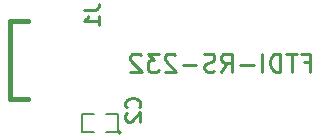
<source format=gbo>
G04 #@! TF.FileFunction,Legend,Bot*
%FSLAX46Y46*%
G04 Gerber Fmt 4.6, Leading zero omitted, Abs format (unit mm)*
G04 Created by KiCad (PCBNEW (after 2015-mar-04 BZR unknown)-product) date 9/2/2016 2:53:59 PM*
%MOMM*%
G01*
G04 APERTURE LIST*
%ADD10C,0.150000*%
%ADD11C,0.254000*%
%ADD12C,0.127000*%
%ADD13C,0.381000*%
G04 APERTURE END LIST*
D10*
D11*
X172139429Y-101999143D02*
X172647429Y-101999143D01*
X172647429Y-102797429D02*
X172647429Y-101273429D01*
X171921715Y-101273429D01*
X171558857Y-101273429D02*
X170688000Y-101273429D01*
X171123429Y-102797429D02*
X171123429Y-101273429D01*
X170180000Y-102797429D02*
X170180000Y-101273429D01*
X169817143Y-101273429D01*
X169599428Y-101346000D01*
X169454286Y-101491143D01*
X169381714Y-101636286D01*
X169309143Y-101926571D01*
X169309143Y-102144286D01*
X169381714Y-102434571D01*
X169454286Y-102579714D01*
X169599428Y-102724857D01*
X169817143Y-102797429D01*
X170180000Y-102797429D01*
X168656000Y-102797429D02*
X168656000Y-101273429D01*
X167930286Y-102216857D02*
X166769143Y-102216857D01*
X165172572Y-102797429D02*
X165680572Y-102071714D01*
X166043429Y-102797429D02*
X166043429Y-101273429D01*
X165462857Y-101273429D01*
X165317715Y-101346000D01*
X165245143Y-101418571D01*
X165172572Y-101563714D01*
X165172572Y-101781429D01*
X165245143Y-101926571D01*
X165317715Y-101999143D01*
X165462857Y-102071714D01*
X166043429Y-102071714D01*
X164592000Y-102724857D02*
X164374286Y-102797429D01*
X164011429Y-102797429D01*
X163866286Y-102724857D01*
X163793715Y-102652286D01*
X163721143Y-102507143D01*
X163721143Y-102362000D01*
X163793715Y-102216857D01*
X163866286Y-102144286D01*
X164011429Y-102071714D01*
X164301715Y-101999143D01*
X164446857Y-101926571D01*
X164519429Y-101854000D01*
X164592000Y-101708857D01*
X164592000Y-101563714D01*
X164519429Y-101418571D01*
X164446857Y-101346000D01*
X164301715Y-101273429D01*
X163938857Y-101273429D01*
X163721143Y-101346000D01*
X163068000Y-102216857D02*
X161906857Y-102216857D01*
X161253714Y-101418571D02*
X161181143Y-101346000D01*
X161036000Y-101273429D01*
X160673143Y-101273429D01*
X160528000Y-101346000D01*
X160455429Y-101418571D01*
X160382857Y-101563714D01*
X160382857Y-101708857D01*
X160455429Y-101926571D01*
X161326286Y-102797429D01*
X160382857Y-102797429D01*
X159874857Y-101273429D02*
X158931428Y-101273429D01*
X159439428Y-101854000D01*
X159221714Y-101854000D01*
X159076571Y-101926571D01*
X159004000Y-101999143D01*
X158931428Y-102144286D01*
X158931428Y-102507143D01*
X159004000Y-102652286D01*
X159076571Y-102724857D01*
X159221714Y-102797429D01*
X159657142Y-102797429D01*
X159802285Y-102724857D01*
X159874857Y-102652286D01*
X158350856Y-101418571D02*
X158278285Y-101346000D01*
X158133142Y-101273429D01*
X157770285Y-101273429D01*
X157625142Y-101346000D01*
X157552571Y-101418571D01*
X157479999Y-101563714D01*
X157479999Y-101708857D01*
X157552571Y-101926571D01*
X158423428Y-102797429D01*
X157479999Y-102797429D01*
D12*
X156718000Y-107950000D02*
G75*
G03X156718000Y-107950000I-127000J0D01*
G01*
X155448000Y-107950000D02*
X156464000Y-107950000D01*
X156464000Y-107950000D02*
X156464000Y-106426000D01*
X156464000Y-106426000D02*
X155448000Y-106426000D01*
X154432000Y-106426000D02*
X153416000Y-106426000D01*
X153416000Y-106426000D02*
X153416000Y-107950000D01*
X153416000Y-107950000D02*
X154432000Y-107950000D01*
D13*
X147269200Y-105153460D02*
X148770340Y-105153460D01*
X147269200Y-98554540D02*
X148770340Y-98554540D01*
X147269200Y-105153460D02*
X147269200Y-98554540D01*
D11*
X158187571Y-105833333D02*
X158248048Y-105772857D01*
X158308524Y-105591428D01*
X158308524Y-105470476D01*
X158248048Y-105289048D01*
X158127095Y-105168095D01*
X158006143Y-105107619D01*
X157764238Y-105047143D01*
X157582810Y-105047143D01*
X157340905Y-105107619D01*
X157219952Y-105168095D01*
X157099000Y-105289048D01*
X157038524Y-105470476D01*
X157038524Y-105591428D01*
X157099000Y-105772857D01*
X157159476Y-105833333D01*
X157159476Y-106317143D02*
X157099000Y-106377619D01*
X157038524Y-106498571D01*
X157038524Y-106800952D01*
X157099000Y-106921905D01*
X157159476Y-106982381D01*
X157280429Y-107042857D01*
X157401381Y-107042857D01*
X157582810Y-106982381D01*
X158308524Y-106256667D01*
X158308524Y-107042857D01*
X153558724Y-97569867D02*
X154465867Y-97569867D01*
X154647295Y-97509391D01*
X154768248Y-97388439D01*
X154828724Y-97207010D01*
X154828724Y-97086058D01*
X154828724Y-98839867D02*
X154828724Y-98114153D01*
X154828724Y-98477010D02*
X153558724Y-98477010D01*
X153740152Y-98356058D01*
X153861105Y-98235105D01*
X153921581Y-98114153D01*
M02*

</source>
